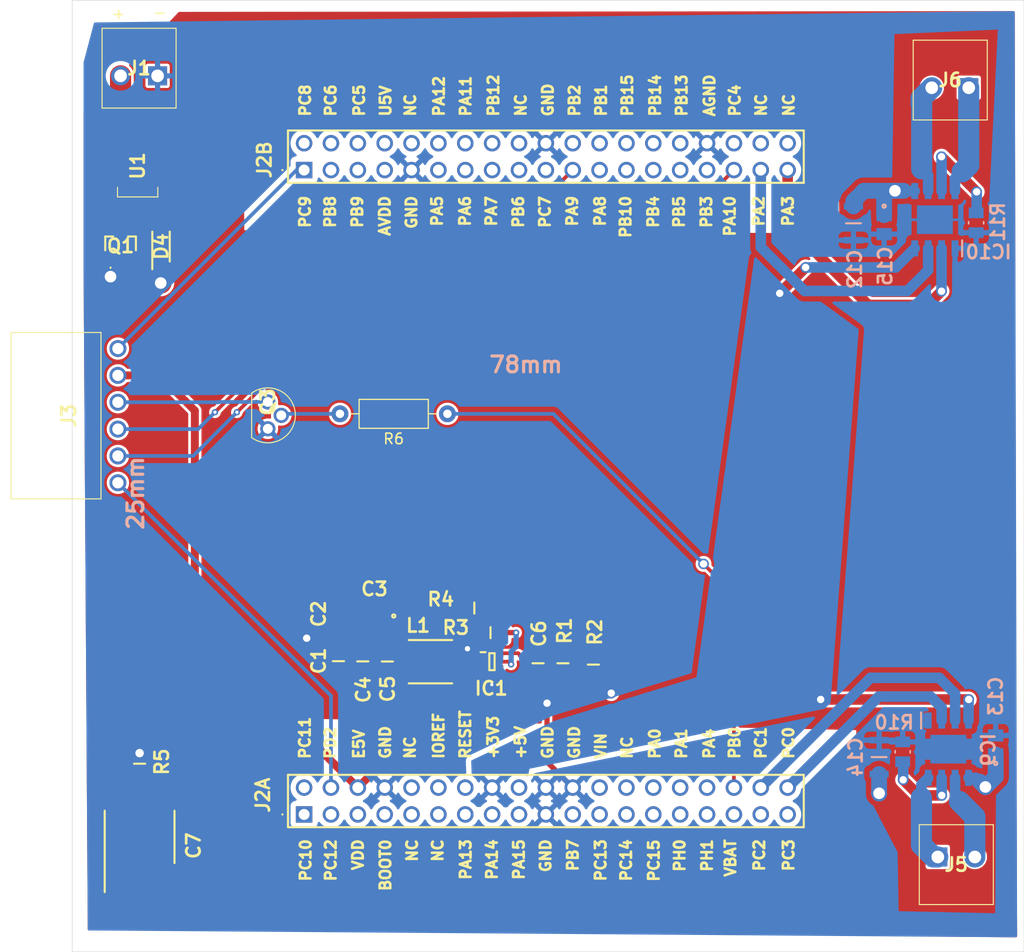
<source format=kicad_pcb>
(kicad_pcb (version 20241229) (generator "pcbnew") (generator_version "9.0")
  (layers (0 "F.Cu" signal) (2 "B.Cu" signal) (13 "F.Paste" user) (15 "B.Paste" user) (5 "F.SilkS" user "F.Silkscreen") (7 "B.SilkS" user "B.Silkscreen") (1 "F.Mask" user) (3 "B.Mask" user) (25 "Edge.Cuts" user))
  (property "3D_DIR" "${KIPRJMOD}/libs/JAARK_lib.3dshapes")
  (net 0 "")
  (net 1 "GND")
  (net 2 "+12V")
  (net 3 "Net-(IC1-SW)")
  (net 4 "Net-(IC1-EN)")
  (net 5 "Net-(IC1-FB)")
  (net 6 "Net-(Q1-D)")
  (net 7 "+5V")
  (net 8 "+3V3")
  (net 9 "Net-(IC9-OUT2)")
  (net 10 "Net-(IC9-ISEN)")
  (net 11 "/IN1")
  (net 12 "Net-(IC9-OUT1)")
  (net 13 "/IN2")
  (net 14 "Net-(IC10-OUT2)")
  (net 15 "Net-(IC10-OUT1)")
  (net 16 "Net-(IC10-ISEN)")
  (net 17 "/IN4")
  (net 18 "/IN3")
  (net 24 "/RX_HC")
  (net 40 "/EN_HC")
  (net 44 "/ST_HC")
  (net 63 "Net-(J1-Pad2)")
  (net 76 "/TX_HC")
  (net 78 "Net-(C7--)")
  (net 83 "Net-(J3-GND)")
  (net 84 "Net-(Q3-B)")
  (net 85 "/P_HC")
  (footprint "JAARK_lib:2SC2712GRLF" (layer "F.Cu") (at 105.1 68.2)
    (property "Reference" "Q1")
    (property "Value" "SSM3J334RLF" (hide yes))
  )
  (footprint "JAARK_lib:RESC2012X60N" (layer "F.Cu") (at 149.805 107.8 90)
    (property "Reference" "R2")
    (property "Value" "30kR" (hide yes))
  )
  (footprint "JAARK_lib:1984617" (layer "F.Cu") (at 185.3 53.225 180)
    (property "Reference" "J6")
    (property "Value" "~" (hide yes))
  )
  (footprint "JAARK_lib:3586TR" (layer "F.Cu") (at 106.715 60.825 90)
    (property "Reference" "U1")
    (property "Value" "4A" (hide yes))
  )
  (footprint "JAARK_lib:1984617" (layer "F.Cu") (at 108.6 52.1 180)
    (property "Reference" "J1")
    (property "Value" "Battery Terminal" (hide yes))
  )
  (footprint "JAARK_lib:1984617" (layer "F.Cu") (at 182.375 126)
    (property "Reference" "J5")
    (property "Value" "~" (hide yes))
  )
  (footprint "JAARK_lib:SOTFL50P160X60-6N" (layer "F.Cu") (at 140.217 107.525)
    (property "Reference" "IC1")
    (property "Value" "TPS564242DRLR" (hide yes))
  )
  (footprint "JAARK_lib:C0805" (layer "F.Cu") (at 129.18 103.2 180)
    (property "Reference" "C3")
    (property "Value" "0.1uF" (hide yes))
  )
  (footprint "JAARK_lib:CAPC2012X75N" (layer "F.Cu") (at 144.58 107.675 -90)
    (property "Reference" "C6")
    (property "Value" "220pF" (hide yes))
  )
  (footprint "JAARK_lib:SODFL3616X135N" (layer "F.Cu") (at 108.925 68.25 90)
    (property "Reference" "D4")
    (property "Value" "15V" (hide yes))
  )
  (footprint "JAARK_lib:CAPC2012X95N" (layer "F.Cu") (at 128.005 107.495 -90)
    (property "Reference" "C4")
    (property "Value" "22uF" (hide yes))
  )
  (footprint "JAARK_lib:PPPC061LGBNRC" (layer "F.Cu") (at 104.85 90.6 90)
    (property "Reference" "J3")
    (property "Value" "HC-05" (hide yes))
  )
  (footprint "JAARK_lib:RESC2012X50N" (layer "F.Cu") (at 106.9 117.175 90)
    (property "Reference" "R5")
    (property "Value" "20kR" (hide yes))
  )
  (footprint "JAARK_lib:INDPM4141X200N" (layer "F.Cu") (at 134.405 107.525)
    (property "Reference" "L1")
    (property "Value" "1.8uH" (hide yes))
  )
  (footprint "JAARK_lib:STM_Nucleo_Morpho_x2_Footprint" (layer "F.Cu") (at 122.455 121.975 90)
    (property "Reference" "J2" (hide yes))
    (property "Value" "Morpho_x2_SSW-119-01-T-D" (hide yes))
  )
  (footprint "JAARK_lib:CAPC2012X145N" (layer "F.Cu") (at 125.73 103.1 90)
    (property "Reference" "C2")
    (property "Value" "10uF" (hide yes))
  )
  (footprint "JAARK_lib:RESC2012X60N" (layer "F.Cu") (at 138.55 102.45)
    (property "Reference" "R4")
    (property "Value" "40kR" (hide yes))
  )
  (footprint "Resistor_THT:R_Axial_DIN0207_L6.3mm_D2.5mm_P10.16mm_Horizontal" (layer "F.Cu") (at 136.005 84.075 180)
    (property "Reference" "R6")
    (property "Value" "4.3kR")
  )
  (footprint "JAARK_lib:RESC2012X65N" (layer "F.Cu") (at 146.93 107.675 90)
    (property "Reference" "R1")
    (property "Value" "220kR" (hide yes))
  )
  (footprint "JAARK_lib:CAPAE660X800N" (layer "F.Cu") (at 106.9 124.925 90)
    (property "Reference" "C7")
    (property "Value" "100uF" (hide yes))
  )
  (footprint "JAARK_lib:TO-92__TO-226_" (layer "F.Cu") (at 119.025 82.95 90)
    (property "Reference" "Q3")
    (property "Value" "BC237B" (hide yes))
  )
  (footprint "JAARK_lib:CAPC2012X95N" (layer "F.Cu") (at 125.705 107.475 90)
    (property "Reference" "C1")
    (property "Value" "22uF" (hide yes))
  )
  (footprint "JAARK_lib:RESC2012X50N" (layer "F.Cu") (at 140.08 104.775 180)
    (property "Reference" "R3")
    (property "Value" "20kR" (hide yes))
  )
  (footprint "JAARK_lib:CAPC2012X95N" (layer "F.Cu") (at 130.33 107.505 -90)
    (property "Reference" "C5")
    (property "Value" "22uF" (hide yes))
  )
  (footprint "JAARK_lib:C0805" (layer "B.Cu") (at 187.85 115.4 90)
    (property "Reference" "C13")
    (property "Value" "0.1uF" (hide yes))
  )
  (footprint "JAARK_lib:RESC2013X65N" (layer "B.Cu") (at 179.05 116.05 90)
    (property "Reference" "R10")
    (property "Value" "0.2R" (hide yes))
  )
  (footprint "JAARK_lib:SOIC127P600X170-9N" (layer "B.Cu") (at 182.095 65.712 90)
    (property "Reference" "IC10")
    (property "Value" "DRV8231DDAR" (hide yes))
  )
  (footprint "JAARK_lib:C0805" (layer "B.Cu") (at 177.3 66.175 -90)
    (property "Reference" "C15")
    (property "Value" "0.1uF" (hide yes))
  )
  (footprint "JAARK_lib:CAPC3216X180N" (layer "B.Cu") (at 176.825 116.55 -90)
    (property "Reference" "C14")
    (property "Value" "33uF" (hide yes))
  )
  (footprint "JAARK_lib:SOIC127P600X170-9N" (layer "B.Cu") (at 183.375 115.8 -90)
    (property "Reference" "IC9")
    (property "Value" "DRV8231DDAR" (hide yes))
  )
  (footprint "JAARK_lib:CAPC3216X180N" (layer "B.Cu") (at 174.4 66.05 90)
    (property "Reference" "C12")
    (property "Value" "33uF" (hide yes))
  )
  (footprint "JAARK_lib:RESC2013X65N" (layer "B.Cu") (at 186 66 -90)
    (property "Reference" "R11")
    (property "Value" "0.2R" (hide yes))
  )
  (gr_rect (start 100.525 44.95) (end 190.525 134.95) (stroke (width 0.05)) (fill no) (layer "Edge.Cuts"))
  (gr_text "-\n" (at 108.1 46.7 0) (layer "F.SilkS") (effects (font (size 1 1)) (justify left bottom)))
  (gr_text "+" (at 104.2 46.8 0) (layer "F.SilkS") (effects (font (size 1 1)) (justify left bottom)))
  (gr_text "78mm" (at 139.8 80.3 0) (layer "B.SilkS") (effects (font (size 1.5 1.5) (thickness 0.3) (bold yes)) (justify left bottom)))
  (gr_text "25mm" (at 107.4 95.2 90) (layer "B.SilkS") (effects (font (size 1.5 1.5) (thickness 0.3) (bold yes)) (justify left bottom)))
  (segment (start 139.08 105.12) (end 137.9 106.3) (width 0.5) (layer "F.Cu") (net 1))
  (segment (start 139.379 108.724) (end 139.379 108.879) (width 0.35) (layer "F.Cu") (net 1))
  (segment (start 139.379 108.879) (end 140.2 109.7) (width 0.35) (layer "F.Cu") (net 1))
  (segment (start 124.3 105.3) (end 125.67 103.93) (width 0.5) (layer "F.Cu") (net 1))
  (segment (start 140.2 109.7) (end 141.055 108.845) (width 0.35) (layer "F.Cu") (net 1))
  (segment (start 104.15 69.25) (end 104.15 71.1) (width 2) (layer "F.Cu") (net 1))
  (segment (start 126.7 105.4) (end 124.4 105.4) (width 0.5) (layer "F.Cu") (net 1))
  (segment (start 128.005 106.675) (end 127.975 106.675) (width 0.5) (layer "F.Cu") (net 1))
  (segment (start 149.805 108.75) (end 149.805 108.805) (width 1) (layer "F.Cu") (net 1))
  (segment (start 141.055 108.845) (end 141.055 108.076) (width 0.35) (layer "F.Cu") (net 1))
  (segment (start 108.925 70.025) (end 108.925 71.675) (width 2) (layer "F.Cu") (net 1))
  (segment (start 125.67 103.93) (end 125.73 103.93) (width 0.5) (layer "F.Cu") (net 1))
  (segment (start 124.3 105.3) (end 122.7 105.3) (width 0.75) (layer "F.Cu") (net 1))
  (segment (start 130.285 106.685) (end 128.9 105.3) (width 0.5) (layer "F.Cu") (net 1))
  (segment (start 147.855 119.435) (end 145.425 117.005) (width 0.5) (layer "F.Cu") (net 1))
  (segment (start 139.379 108.724) (end 139.379 108.076) (width 0.35) (layer "F.Cu") (net 1))
  (segment (start 149.805 108.805) (end 151.5 110.5) (width 1) (layer "F.Cu") (net 1))
  (segment (start 139.08 104.775) (end 139.08 105.12) (width 0.5) (layer "F.Cu") (net 1))
  (segment (start 108.925 71.675) (end 108.9 71.7) (width 2) (layer "F.Cu") (net 1))
  (segment (start 145.425 117.005) (end 145.425 111.45) (width 0.5) (layer "F.Cu") (net 1))
  (segment (start 124.4 105.4) (end 124.3 105.3) (width 0.5) (layer "F.Cu") (net 1))
  (segment (start 126.8 105.3) (end 126.7 105.4) (width 0.5) (layer "F.Cu") (net 1))
  (segment (start 125.655 106.655) (end 124.4 105.4) (width 0.5) (layer "F.Cu") (net 1))
  (segment (start 125.705 106.655) (end 125.655 106.655) (width 0.5) (layer "F.Cu") (net 1))
  (segment (start 130.33 106.685) (end 130.285 106.685) (width 0.5) (layer "F.Cu") (net 1))
  (segment (start 129 105.3) (end 130.08 104.22) (width 0.5) (layer "F.Cu") (net 1))
  (segment (start 128.9 105.3) (end 129 105.3) (width 0.5) (layer "F.Cu") (net 1))
  (segment (start 129 105.3) (end 126.8 105.3) (width 0.5) (layer "F.Cu") (net 1))
  (segment (start 127.975 106.675) (end 126.7 105.4) (width 0.5) (layer "F.Cu") (net 1))
  (segment (start 139.379 108.724) (end 139.38 108.725) (width 0.2) (layer "F.Cu") (net 1))
  (segment (start 130.08 104.22) (end 130.08 103.2) (width 0.5) (layer "F.Cu") (net 1))
  (via (at 104.15 71.1) (size 1.5) (drill 1.1) (layers "F.Cu" "B.Cu") (net 1))
  (via (at 106.9 116.175) (size 1) (drill 0.8) (layers "F.Cu" "B.Cu") (net 1))
  (via (at 137.9 106.3) (size 0.75) (drill 0.5) (layers "F.Cu" "B.Cu") (net 1))
  (via (at 140.2 109.7) (size 0.6) (drill 0.3) (layers "F.Cu" "B.Cu") (net 1))
  (via (at 108.9 71.7) (size 1.5) (drill 1.1) (layers "F.Cu" "B.Cu") (net 1))
  (via (at 151.5 110.5) (size 1) (drill 0.7) (layers "F.Cu" "B.Cu") (net 1))
  (via (at 145.425 111.45) (size 1) (drill 0.7) (layers "F.Cu" "B.Cu") (net 1))
  (via (at 122.7 105.3) (size 1) (drill 0.7) (layers "F.Cu" "B.Cu") (net 1))
  (via (at 186.875 119.375) (size 1.5) (drill 1.1) (layers "F.Cu" "B.Cu") (net 2))
  (via (at 176.825 119.975) (size 1.5) (drill 1.1) (layers "F.Cu" "B.Cu") (net 2))
  (via (at 178.325 62.975) (size 1.5) (drill 1.1) (layers "F.Cu" "B.Cu") (net 2))
  (segment (start 174.4 64.45) (end 174.4 63.95) (width 1.5) (layer "B.Cu") (net 2))
  (segment (start 187.85 118.4) (end 186.875 119.375) (width 1.5) (layer "B.Cu") (net 2))
  (segment (start 187.85 116.3) (end 187.85 118.4) (width 1.5) (layer "B.Cu") (net 2))
  (segment (start 179.175 63) (end 179.15 62.975) (width 1) (layer "B.Cu") (net 2))
  (segment (start 186.35 118.875) (end 186.85 119.375) (width 1.5) (layer "B.Cu") (net 2))
  (segment (start 176.825 118.15) (end 176.825 119.975) (width 1.5) (layer "B.Cu") (net 2))
  (segment (start 185.987 118.512) (end 186.35 118.875) (width 1) (layer "B.Cu") (net 2))
  (segment (start 179.15 62.975) (end 178.325 62.975) (width 1.5) (layer "B.Cu") (net 2))
  (segment (start 174.4 63.95) (end 175.375 62.975) (width 1.5) (layer "B.Cu") (net 2))
  (segment (start 186.85 119.375) (end 186.875 119.375) (width 1.5) (layer "B.Cu") (net 2))
  (segment (start 177.675 62.975) (end 178.325 62.975) (width 1.5) (layer "B.Cu") (net 2))
  (segment (start 185.28 118.512) (end 185.987 118.512) (width 1) (layer "B.Cu") (net 2))
  (segment (start 177.3 65.275) (end 177.3 63.35) (width 1.5) (layer "B.Cu") (net 2))
  (segment (start 180.19 63) (end 179.175 63) (width 1) (layer "B.Cu") (net 2))
  (segment (start 175.375 62.975) (end 177.675 62.975) (width 1.5) (layer "B.Cu") (net 2))
  (segment (start 177.3 63.35) (end 177.675 62.975) (width 1.5) (layer "B.Cu") (net 2))
  (segment (start 176.825 119.975) (end 176.825 120) (width 1.5) (layer "B.Cu") (net 2))
  (segment (start 138.9 107.525) (end 135.955 107.525) (width 0.5) (layer "F.Cu") (net 3))
  (segment (start 139.379 107.525) (end 138.9 107.525) (width 0.35) (layer "F.Cu") (net 3))
  (segment (start 142.5 104.775) (end 141.08 104.775) (width 0.5) (layer "F.Cu") (net 4))
  (segment (start 140.306 104.006) (end 140.306 103.256) (width 0.5) (layer "F.Cu") (net 4))
  (segment (start 141.08 104.775) (end 141.075 104.775) (width 0.5) (layer "F.Cu") (net 4))
  (segment (start 141.055 107.525) (end 141.78 107.525) (width 0.35) (layer "F.Cu") (net 4))
  (segment (start 141.075 104.775) (end 140.306 104.006) (width 0.5) (layer "F.Cu") (net 4))
  (segment (start 141.78 107.525) (end 142.03 107.775) (width 0.35) (layer "F.Cu") (net 4))
  (segment (start 140.306 103.256) (end 139.5 102.45) (width 0.5) (layer "F.Cu") (net 4))
  (via (at 142.5 104.775) (size 0.6) (drill 0.3) (layers "F.Cu" "B.Cu") (net 4))
  (via (at 142.03 107.775) (size 0.6) (drill 0.3) (layers "F.Cu" "B.Cu") (net 4))
  (segment (start 142.03 106.57) (end 142.5 106.1) (width 0.5) (layer "B.Cu") (net 4))
  (segment (start 142.03 107.775) (end 142.03 106.57) (width 0.5) (layer "B.Cu") (net 4))
  (segment (start 142.5 106.1) (end 142.5 104.775) (width 0.5) (layer "B.Cu") (net 4))
  (segment (start 141.055 107.025) (end 141.055 107.02) (width 0.2) (layer "F.Cu") (net 5))
  (segment (start 148.03 106.825) (end 148.155 106.95) (width 0.5) (layer "F.Cu") (net 5))
  (segment (start 141.055 106.845) (end 141.175 106.725) (width 0.2) (layer "F.Cu") (net 5))
  (segment (start 141.055 107.025) (end 141.055 106.845) (width 0.2) (layer "F.Cu") (net 5))
  (segment (start 148.155 106.95) (end 148.255 106.85) (width 0.5) (layer "F.Cu") (net 5))
  (segment (start 141.35 106.725) (end 142.7 106.725) (width 0.35) (layer "F.Cu") (net 5))
  (segment (start 145.075 106.955) (end 142.93 106.955) (width 0.5) (layer "F.Cu") (net 5))
  (segment (start 142.7 106.725) (end 142.93 106.955) (width 0.35) (layer "F.Cu") (net 5))
  (segment (start 141.175 106.725) (end 141.35 106.725) (width 0.35) (layer "F.Cu") (net 5))
  (segment (start 145.205 106.825) (end 145.075 106.955) (width 0.5) (layer "F.Cu") (net 5))
  (segment (start 141.055 107.02) (end 141.35 106.725) (width 0.2) (layer "F.Cu") (net 5))
  (segment (start 148.255 106.85) (end 149.805 106.85) (width 0.5) (layer "F.Cu") (net 5))
  (segment (start 145.205 106.825) (end 148.03 106.825) (width 0.5) (layer "F.Cu") (net 5))
  (segment (start 105.1 67.15) (end 108.75 63.5) (width 2) (layer "F.Cu") (net 6))
  (segment (start 108.75 63.5) (end 108.8 63.5) (width 2) (layer "F.Cu") (net 6))
  (segment (start 108.8 63.5) (end 108.8 61.19) (width 2) (layer "F.Cu") (net 6))
  (segment (start 108.8 61.19) (end 109.165 60.825) (width 2) (layer "F.Cu") (net 6))
  (segment (start 140.805 112.325) (end 134.645 112.325) (width 0.75) (layer "F.Cu") (net 7))
  (segment (start 108.79 80.44) (end 112.125 83.775) (width 0.75) (layer "F.Cu") (net 7))
  (segment (start 144.58 108.495) (end 146.8 108.495) (width 0.75) (layer "F.Cu") (net 7))
  (segment (start 104.85 80.44) (end 108.79 80.44) (width 0.75) (layer "F.Cu") (net 7))
  (segment (start 112.125 104.025) (end 127.535 119.435) (width 0.75) (layer "F.Cu") (net 7))
  (segment (start 144.58 108.55) (end 140.805 112.325) (width 0.75) (layer "F.Cu") (net 7))
  (segment (start 112.125 83.775) (end 112.125 104.025) (width 0.75) (layer "F.Cu") (net 7))
  (segment (start 128.005 108.315) (end 132.365 108.315) (width 0.75) (layer "F.Cu") (net 7))
  (segment (start 132.855 107.525) (end 132.855 107.825) (width 0.75) (layer "F.Cu") (net 7))
  (segment (start 146.8 108.495) (end 146.93 108.625) (width 0.75) (layer "F.Cu") (net 7))
  (segment (start 132.855 107.825) (end 132.365 108.315) (width 0.75) (layer "F.Cu") (net 7))
  (segment (start 132.855 107.525) (end 132.855 114.115) (width 0.75) (layer "F.Cu") (net 7))
  (segment (start 144.58 108.495) (end 144.58 108.55) (width 0.75) (layer "F.Cu") (net 7))
  (segment (start 134.645 112.325) (end 132.855 114.115) (width 0.75) (layer "F.Cu") (net 7))
  (segment (start 132.855 114.115) (end 127.535 119.435) (width 0.75) (layer "F.Cu") (net 7))
  (segment (start 167.425 72.675) (end 167.4 72.7) (width 1) (layer "F.Cu") (net 8))
  (segment (start 185.3 111.1) (end 171.325 111.1) (width 1) (layer "F.Cu") (net 8))
  (segment (start 169.875 70.225) (end 167.425 72.675) (width 1) (layer "F.Cu") (net 8))
  (via (at 169.875 70.225) (size 1) (drill 0.7) (layers "F.Cu" "B.Cu") (net 8))
  (via (at 171.3 111.1) (size 1) (drill 0.7) (layers "F.Cu" "B.Cu") (net 8))
  (via (at 167.425 72.675) (size 1) (drill 0.7) (layers "F.Cu" "B.Cu") (net 8))
  (via (at 185.3 111.1) (size 1) (drill 0.7) (layers "F.Cu" "B.Cu") (net 8))
  (segment (start 180.19 68.424) (end 178.389 70.225) (width 1) (layer "B.Cu") (net 8))
  (segment (start 173.85 70.225) (end 169.875 70.225) (width 1) (layer "B.Cu") (net 8))
  (segment (start 185.28 113.088) (end 185.28 111.12) (width 1) (layer "B.Cu") (net 8))
  (segment (start 185.28 111.12) (end 185.3 111.1) (width 1) (layer "B.Cu") (net 8))
  (segment (start 178.389 70.225) (end 173.85 70.225) (width 1) (layer "B.Cu") (net 8))
  (segment (start 180.825 119.157) (end 181.47 118.512) (width 1) (layer "B.Cu") (net 9))
  (segment (start 180.825 120.4) (end 180.825 124.85) (width 2) (layer "B.Cu") (net 9))
  (segment (start 180.825 120.4) (end 180.825 119.157) (width 1) (layer "B.Cu") (net 9))
  (segment (start 181.975 126) (end 182.375 126) (width 2) (layer "B.Cu") (net 9))
  (segment (start 180.825 124.85) (end 181.975 126) (width 2) (layer "B.Cu") (net 9))
  (segment (start 180.575 120.175) (end 179.1 118.7) (width 1) (layer "F.Cu") (net 10))
  (segment (start 182.75 120.175) (end 180.575 120.175) (width 1) (layer "F.Cu") (net 10))
  (via (at 182.75 120.175) (size 1) (drill 0.7) (layers "F.Cu" "B.Cu") (net 10))
  (via (at 179.1 118.7) (size 1) (drill 0.7) (layers "F.Cu" "B.Cu") (net 10))
  (segment (start 182.74 120.165) (end 182.75 120.175) (width 1) (layer "B.Cu") (net 10))
  (segment (start 179.1 118.7) (end 179.1 117.0398) (width 1) (layer "B.Cu") (net 10))
  (segment (start 179.1 117.0398) (end 179.05 116.9898) (width 1) (layer "B.Cu") (net 10))
  (segment (start 182.74 118.512) (end 182.74 120.165) (width 1) (layer "B.Cu") (net 10))
  (segment (start 182.74 111.8685) (end 182.74 113.088) (width 1) (layer "B.Cu") (net 11))
  (segment (start 176.785 110.825) (end 181.6965 110.825) (width 1) (layer "B.Cu") (net 11))
  (segment (start 181.6965 110.825) (end 182.74 111.8685) (width 1) (layer "B.Cu") (net 11))
  (segment (start 168.175 119.435) (end 176.785 110.825) (width 1) (layer "B.Cu") (net 11))
  (segment (start 184.01 118.512) (end 184.01 120.335) (width 1) (layer "B.Cu") (net 12))
  (segment (start 185.875 122.2) (end 184.425 120.75) (width 2) (layer "B.Cu") (net 12))
  (segment (start 184.01 120.335) (end 184.425 120.75) (width 1) (layer "B.Cu") (net 12))
  (segment (start 185.875 122.2) (end 185.875 126) (width 2) (layer "B.Cu") (net 12))
  (segment (start 182.50647 109.05) (end 184.01 110.55353) (width 1) (layer "B.Cu") (net 13))
  (segment (start 165.635 119.435) (end 176.02 109.05) (width 1) (layer "B.Cu") (net 13))
  (segment (start 176.02 109.05) (end 182.50647 109.05) (width 1) (layer "B.Cu") (net 13))
  (segment (start 184.01 110.55353) (end 184.01 113.088) (width 1) (layer "B.Cu") (net 13))
  (segment (start 184.625 61.175) (end 184.675 61.175) (width 1) (layer "B.Cu") (net 14))
  (segment (start 185.3 53.225) (end 185.3245 53.2495) (width 1.5) (layer "B.Cu") (net 14))
  (segment (start 185.3 60.55) (end 185.3 53.225) (width 2) (layer "B.Cu") (net 14))
  (segment (start 184 61.8) (end 184.25 61.55) (width 1) (layer "B.Cu") (net 14))
  (segment (start 184 63) (end 184 61.8) (width 1) (layer "B.Cu") (net 14))
  (segment (start 184.675 61.175) (end 185.3 60.55) (width 2) (layer "B.Cu") (net 14))
  (segment (start 184.25 61.55) (end 184.625 61.175) (width 1) (layer "B.Cu") (net 14))
  (segment (start 180.8 54.75) (end 180.8 54.225) (width 2) (layer "B.Cu") (net 15))
  (segment (start 181.46 63) (end 181.46 61.51) (width 1) (layer "B.Cu") (net 15))
  (segment (start 180.8 54.225) (end 181.8 53.225) (width 2) (layer "B.Cu") (net 15))
  (segment (start 180.85 54.8) (end 180.8 54.75) (width 2) (layer "B.Cu") (net 15))
  (segment (start 181.46 61.51) (end 180.85 60.9) (width 1) (layer "B.Cu") (net 15))
  (segment (start 180.85 60.9) (end 180.85 54.8) (width 2) (layer "B.Cu") (net 15))
  (segment (start 182.725 59.75) (end 185.95 62.975) (width 1) (layer "F.Cu") (net 16))
  (via (at 186.05 63.075) (size 1) (drill 0.7) (layers "F.Cu" "B.Cu") (net 16))
  (via (at 182.725 59.75) (size 1) (drill 0.7) (layers "F.Cu" "B.Cu") (net 16))
  (segment (start 186.05 65.0102) (end 186 65.0602) (width 1) (layer "B.Cu") (net 16))
  (segment (start 182.73 59.755) (end 182.725 59.75) (width 1) (layer "B.Cu") (net 16))
  (segment (start 186.05 63.075) (end 186.05 65.0102) (width 1) (layer "B.Cu") (net 16))
  (segment (start 182.73 63) (end 182.73 59.755) (width 1) (layer "B.Cu") (net 16))
  (segment (start 169.775 72.45) (end 179.5 72.45) (width 1) (layer "B.Cu") (net 17))
  (segment (start 179.5 72.45) (end 181.46 70.49) (width 1) (layer "B.Cu") (net 17))
  (segment (start 165.635 61.015) (end 165.635 68.31) (width 1) (layer "B.Cu") (net 17))
  (segment (start 181.46 70.49) (end 181.46 68.424) (width 1) (layer "B.Cu") (net 17))
  (segment (start 165.635 68.31) (end 169.775 72.45) (width 1) (layer "B.Cu") (net 17))
  (segment (start 169.725 67.7) (end 168.175 66.15) (width 1) (layer "F.Cu") (net 18))
  (segment (start 175.8 73.775) (end 181.15 73.775) (width 1) (layer "F.Cu") (net 18))
  (segment (start 169.725 67.7) (end 175.8 73.775) (width 1) (layer "F.Cu") (net 18))
  (segment (start 181.425 73.775) (end 182.725 72.475) (width 1) (layer "F.Cu") (net 18))
  (segment (start 181.15 73.775) (end 181.425 73.775) (width 1) (layer "F.Cu") (net 18))
  (segment (start 168.175 66.15) (end 168.175 61.015) (width 1) (layer "F.Cu") (net 18))
  (via (at 182.725 72.475) (size 1) (drill 0.7) (layers "F.Cu" "B.Cu") (net 18))
  (segment (start 182.725 72.475) (end 182.725 68.429) (width 1) (layer "B.Cu") (net 18))
  (segment (start 182.725 68.429) (end 182.73 68.424) (width 1) (layer "B.Cu") (net 18))
  (segment (start 159.7 64.41) (end 163.095 61.015) (width 0.35) (layer "F.Cu") (net 24))
  (segment (start 159.7 64.5) (end 159.7 64.41) (width 0.35) (layer "F.Cu") (net 24))
  (segment (start 116.1 83.925) (end 135.525 64.5) (width 0.35) (layer "F.Cu") (net 24))
  (segment (start 135.525 64.5) (end 159.7 64.5) (width 0.35) (layer "F.Cu") (net 24))
  (via (at 116.1 83.925) (size 0.6) (drill 0.3) (layers "F.Cu" "B.Cu") (net 24))
  (segment (start 104.85 88.06) (end 111.965 88.06) (width 0.35) (layer "B.Cu") (net 24))
  (segment (start 111.965 88.06) (end 116.1 83.925) (width 0.35) (layer "B.Cu") (net 24))
  (segment (start 121.735 61.015) (end 122.455 61.015) (width 0.35) (layer "B.Cu") (net 40))
  (segment (start 104.85 77.9) (end 121.735 61.015) (width 0.35) (layer "B.Cu") (net 40))
  (segment (start 104.85 90.6) (end 124.995 110.745) (width 0.35) (layer "B.Cu") (net 44))
  (segment (start 124.995 110.745) (end 124.995 119.435) (width 0.35) (layer "B.Cu") (net 44))
  (segment (start 105.1 56.92) (end 106.715 58.535) (width 2) (layer "F.Cu") (net 63))
  (segment (start 105.1 52.1) (end 105.1 56.92) (width 2) (layer "F.Cu") (net 63))
  (segment (start 145.27 63.6) (end 147.855 61.015) (width 0.35) (layer "F.Cu") (net 76))
  (segment (start 114.025 83.925) (end 134.35 63.6) (width 0.35) (layer "F.Cu") (net 76))
  (segment (start 134.35 63.6) (end 145.27 63.6) (width 0.35) (layer "F.Cu") (net 76))
  (via (at 114.025 83.925) (size 0.6) (drill 0.3) (layers "F.Cu" "B.Cu") (net 76))
  (segment (start 112.43 85.52) (end 114.025 83.925) (width 0.35) (layer "B.Cu") (net 76))
  (segment (start 104.85 85.52) (end 112.43 85.52) (width 0.35) (layer "B.Cu") (net 76))
  (segment (start 106.9 122.275) (end 106.9 118.175) (width 2) (layer "F.Cu") (net 78))
  (segment (start 114.385 82.95) (end 119.025 82.95) (width 0.35) (layer "B.Cu") (net 83))
  (segment (start 104.85 82.98) (end 114.355 82.98) (width 0.35) (layer "B.Cu") (net 83))
  (segment (start 114.355 82.98) (end 114.385 82.95) (width 0.35) (layer "B.Cu") (net 83))
  (segment (start 120.44 84.075) (end 120.295 84.22) (width 0.35) (layer "B.Cu") (net 84))
  (segment (start 125.845 84.075) (end 120.44 84.075) (width 0.35) (layer "B.Cu") (net 84))
  (segment (start 163.025 101.075) (end 163.075 101.075) (width 0.35) (layer "F.Cu") (net 85))
  (segment (start 163.095 101.095) (end 163.095 119.435) (width 0.35) (layer "F.Cu") (net 85))
  (segment (start 163.075 101.075) (end 163.095 101.095) (width 0.35) (layer "F.Cu") (net 85))
  (segment (start 160.225 98.275) (end 163.025 101.075) (width 0.35) (layer "F.Cu") (net 85))
  (via (at 160.225 98.275) (size 1) (drill 0.7) (layers "F.Cu" "B.Cu") (net 85))
  (segment (start 136.005 84.075) (end 146.025 84.075) (width 0.35) (layer "B.Cu") (net 85))
  (segment (start 146.025 84.075) (end 160.225 98.275) (width 0.35) (layer "B.Cu") (net 85))
  (zone (net 0) (net_name "") (layer "F.Cu") (name "NO_12V_2") (connect_pads (clearance 0)) (min_thickness 0.25)
    (keepout (tracks allowed) (vias allowed) (pads allowed) (copperpour not_allowed) (footprints allowed))
    (fill (thermal_gap 0.5) (thermal_bridge_width 0.5))
    (polygon (pts (xy 116.141406 112.781978) (xy 174.661208 113.995439) (xy 174.836208 129.145439) (xy 116.686208 129.220439)))
  )
  (zone (net 0) (net_name "") (layer "F.Cu") (name "NO_12V") (connect_pads (clearance 0)) (min_thickness 0.25)
    (keepout (tracks allowed) (vias allowed) (pads allowed) (copperpour not_allowed) (footprints allowed))
    (fill (thermal_gap 0.5) (thermal_bridge_width 0.5))
    (polygon (pts (xy 116.67 50.975) (xy 172.75 50.9) (xy 173.1 67) (xy 116.8 66.7)))
  )
  (zone (net 2) (net_name "+12V") (layer "F.Cu") (connect_pads (clearance 0.25)) (min_thickness 0.25) (fill yes (thermal_gap 0.5) (thermal_bridge_width 0.5))
    (polygon (pts (xy 110.6 46.05) (xy 101.6 55.6) (xy 101.6 70.075) (xy 102 132.95) (xy 132.825 133.025) (xy 140.85 133.1) (xy 189.875 133.6) (xy 189.789825 116.353084) (xy 189.65 45.975)))
  )
  (zone (net 8) (net_name "+3V3") (layer "B.Cu") (priority 2) (connect_pads (clearance 0.5)) (min_thickness 0.25) (fill yes (thermal_gap 0.5) (thermal_bridge_width 0.5))
    (polygon (pts (xy 137.525 121.25) (xy 142.95 121.325) (xy 143.775 117.65) (xy 172.2 111.875) (xy 174.9 76.075) (xy 165.075 68.925) (xy 159.55 109) (xy 146.1 113.125) (xy 138.25 116.875) (xy 138.3 118.2)))
  )
  (zone (net 0) (net_name "") (layer "B.Cu") (name "motor1_exclusion") (connect_pads (clearance 0)) (min_thickness 0.25)
    (keepout (tracks allowed) (vias allowed) (pads allowed) (copperpour not_allowed) (footprints allowed))
    (fill (thermal_gap 0.5) (thermal_bridge_width 0.5))
    (polygon (pts (xy 178.275 48.15) (xy 188.05 47.725) (xy 187.225 64.05) (xy 178.05 62.825)))
  )
  (zone (net 1) (net_name "GND") (layer "B.Cu") (priority 1) (connect_pads (clearance 0.5)) (min_thickness 0.25) (fill yes (thermal_gap 0.5) (thermal_bridge_width 0.5))
    (polygon (pts (xy 102.6 47.05) (xy 101.6 50.825) (xy 101.6 70.075) (xy 102 132.95) (xy 189.875 133.6) (xy 189.65 45.975)))
  )
  (zone (net 0) (net_name "") (layer "B.Cu") (name "motor2-exclude") (connect_pads (clearance 0)) (min_thickness 0.25)
    (keepout (tracks allowed) (vias allowed) (pads allowed) (copperpour not_allowed) (footprints allowed))
    (fill (thermal_gap 0.5) (thermal_bridge_width 0.5))
    (polygon (pts (xy 178.575 125.55) (xy 175.7 120.025) (xy 187.875 119.625) (xy 187.8 131.325) (xy 178.675 131.125)))
  )
)
</source>
